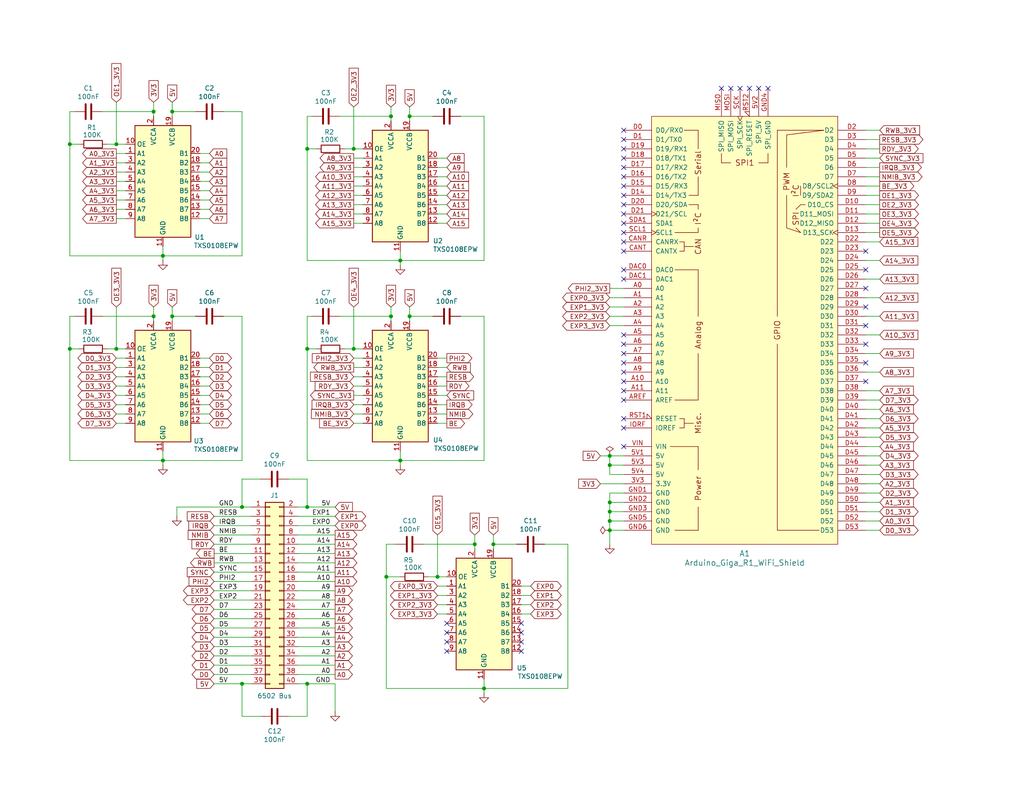
<source format=kicad_sch>
(kicad_sch (version 20231120) (generator "eeschema") (generator_version "8.0")
  (paper "USLetter")
  (title_block (title "6502 Giga Shield") (date "2024-06-12") (rev "1.0") (company "A.C. Wright Design"))
  (junction (at 83.82 186.69))
  (junction (at 31.75 95.25))
  (junction (at 111.76 86.36))
  (junction (at 166.37 139.7))
  (junction (at 46.99 30.48))
  (junction (at 166.37 137.16))
  (junction (at 46.99 86.36))
  (junction (at 106.68 86.36))
  (junction (at 19.05 95.25))
  (junction (at 132.08 187.96))
  (junction (at 83.82 95.25))
  (junction (at 166.37 124.46))
  (junction (at 66.04 138.43))
  (junction (at 111.76 31.75))
  (junction (at 19.05 39.37))
  (junction (at 96.52 40.64))
  (junction (at 41.91 30.48))
  (junction (at 83.82 138.43))
  (junction (at 119.38 157.48))
  (junction (at 109.22 125.73))
  (junction (at 134.62 148.59))
  (junction (at 109.22 71.12))
  (junction (at 96.52 95.25))
  (junction (at 44.45 125.73))
  (junction (at 105.41 157.48))
  (junction (at 66.04 186.69))
  (junction (at 106.68 31.75))
  (junction (at 166.37 144.78))
  (junction (at 166.37 142.24))
  (junction (at 129.54 148.59))
  (junction (at 83.82 40.64))
  (junction (at 31.75 39.37))
  (junction (at 41.91 86.36))
  (junction (at 166.37 127))
  (junction (at 44.45 69.85))
  (no_connect (at 142.24 177.8))
  (no_connect (at 170.18 53.34))
  (no_connect (at 121.92 175.26))
  (no_connect (at 170.18 58.42))
  (no_connect (at 170.18 55.88))
  (no_connect (at 170.18 66.04))
  (no_connect (at 207.01 24.13))
  (no_connect (at 201.93 24.13))
  (no_connect (at 142.24 175.26))
  (no_connect (at 170.18 45.72))
  (no_connect (at 204.47 24.13))
  (no_connect (at 170.18 38.1))
  (no_connect (at 170.18 76.2))
  (no_connect (at 170.18 48.26))
  (no_connect (at 170.18 116.84))
  (no_connect (at 236.22 104.14))
  (no_connect (at 170.18 60.96))
  (no_connect (at 170.18 109.22))
  (no_connect (at 170.18 121.92))
  (no_connect (at 236.22 68.58))
  (no_connect (at 142.24 172.72))
  (no_connect (at 170.18 96.52))
  (no_connect (at 142.24 170.18))
  (no_connect (at 236.22 83.82))
  (no_connect (at 170.18 35.56))
  (no_connect (at 170.18 106.68))
  (no_connect (at 170.18 101.6))
  (no_connect (at 236.22 73.66))
  (no_connect (at 196.85 24.13))
  (no_connect (at 170.18 73.66))
  (no_connect (at 236.22 88.9))
  (no_connect (at 170.18 93.98))
  (no_connect (at 170.18 99.06))
  (no_connect (at 170.18 68.58))
  (no_connect (at 121.92 177.8))
  (no_connect (at 170.18 63.5))
  (no_connect (at 121.92 170.18))
  (no_connect (at 209.55 24.13))
  (no_connect (at 199.39 24.13))
  (no_connect (at 236.22 99.06))
  (no_connect (at 170.18 91.44))
  (no_connect (at 170.18 50.8))
  (no_connect (at 170.18 43.18))
  (no_connect (at 170.18 114.3))
  (no_connect (at 236.22 78.74))
  (no_connect (at 236.22 93.98))
  (no_connect (at 170.18 40.64))
  (no_connect (at 170.18 104.14))
  (no_connect (at 121.92 172.72))
  (wire (pts (xy 31.75 57.15) (xy 34.29 57.15)))
  (wire (pts (xy 119.38 107.95) (xy 121.92 107.95)))
  (wire (pts (xy 31.75 113.03) (xy 34.29 113.03)))
  (wire (pts (xy 154.94 148.59) (xy 154.94 187.96)))
  (wire (pts (xy 58.42 148.59) (xy 68.58 148.59)))
  (wire (pts (xy 46.99 83.82) (xy 46.99 86.36)))
  (wire (pts (xy 236.22 86.36) (xy 240.03 86.36)))
  (wire (pts (xy 71.12 130.81) (xy 66.04 130.81)))
  (wire (pts (xy 236.22 43.18) (xy 240.03 43.18)))
  (wire (pts (xy 31.75 100.33) (xy 34.29 100.33)))
  (wire (pts (xy 19.05 39.37) (xy 19.05 69.85)))
  (wire (pts (xy 31.75 83.82) (xy 31.75 95.25)))
  (wire (pts (xy 116.84 157.48) (xy 119.38 157.48)))
  (wire (pts (xy 96.52 60.96) (xy 99.06 60.96)))
  (wire (pts (xy 166.37 142.24) (xy 166.37 144.78)))
  (wire (pts (xy 236.22 129.54) (xy 240.03 129.54)))
  (wire (pts (xy 83.82 40.64) (xy 86.36 40.64)))
  (wire (pts (xy 96.52 48.26) (xy 99.06 48.26)))
  (wire (pts (xy 118.11 86.36) (xy 111.76 86.36)))
  (wire (pts (xy 236.22 144.78) (xy 240.03 144.78)))
  (wire (pts (xy 58.42 163.83) (xy 68.58 163.83)))
  (wire (pts (xy 111.76 31.75) (xy 111.76 33.02)))
  (wire (pts (xy 41.91 30.48) (xy 41.91 31.75)))
  (wire (pts (xy 54.61 115.57) (xy 57.15 115.57)))
  (wire (pts (xy 81.28 171.45) (xy 91.44 171.45)))
  (wire (pts (xy 96.52 29.21) (xy 96.52 40.64)))
  (wire (pts (xy 46.99 86.36) (xy 46.99 87.63)))
  (wire (pts (xy 68.58 166.37) (xy 58.42 166.37)))
  (wire (pts (xy 96.52 43.18) (xy 99.06 43.18)))
  (wire (pts (xy 68.58 138.43) (xy 66.04 138.43)))
  (wire (pts (xy 19.05 95.25) (xy 19.05 125.73)))
  (wire (pts (xy 31.75 115.57) (xy 34.29 115.57)))
  (wire (pts (xy 54.61 100.33) (xy 57.15 100.33)))
  (wire (pts (xy 236.22 106.68) (xy 240.03 106.68)))
  (wire (pts (xy 154.94 187.96) (xy 132.08 187.96)))
  (wire (pts (xy 44.45 127) (xy 44.45 125.73)))
  (wire (pts (xy 236.22 66.04) (xy 240.03 66.04)))
  (wire (pts (xy 119.38 45.72) (xy 121.92 45.72)))
  (wire (pts (xy 91.44 148.59) (xy 81.28 148.59)))
  (wire (pts (xy 166.37 86.36) (xy 170.18 86.36)))
  (wire (pts (xy 236.22 63.5) (xy 240.03 63.5)))
  (wire (pts (xy 78.74 130.81) (xy 83.82 130.81)))
  (wire (pts (xy 46.99 86.36) (xy 53.34 86.36)))
  (wire (pts (xy 54.61 41.91) (xy 57.15 41.91)))
  (wire (pts (xy 96.52 55.88) (xy 99.06 55.88)))
  (wire (pts (xy 66.04 186.69) (xy 66.04 195.58)))
  (wire (pts (xy 132.08 189.23) (xy 132.08 187.96)))
  (wire (pts (xy 119.38 50.8) (xy 121.92 50.8)))
  (wire (pts (xy 81.28 176.53) (xy 91.44 176.53)))
  (wire (pts (xy 166.37 127) (xy 166.37 129.54)))
  (wire (pts (xy 31.75 110.49) (xy 34.29 110.49)))
  (wire (pts (xy 236.22 111.76) (xy 240.03 111.76)))
  (wire (pts (xy 166.37 144.78) (xy 170.18 144.78)))
  (wire (pts (xy 105.41 157.48) (xy 109.22 157.48)))
  (wire (pts (xy 142.24 160.02) (xy 144.78 160.02)))
  (wire (pts (xy 107.95 148.59) (xy 105.41 148.59)))
  (wire (pts (xy 236.22 137.16) (xy 240.03 137.16)))
  (wire (pts (xy 166.37 88.9) (xy 170.18 88.9)))
  (wire (pts (xy 31.75 44.45) (xy 34.29 44.45)))
  (wire (pts (xy 68.58 186.69) (xy 66.04 186.69)))
  (wire (pts (xy 92.71 86.36) (xy 106.68 86.36)))
  (wire (pts (xy 132.08 125.73) (xy 109.22 125.73)))
  (wire (pts (xy 119.38 110.49) (xy 121.92 110.49)))
  (wire (pts (xy 109.22 71.12) (xy 109.22 68.58)))
  (wire (pts (xy 58.42 168.91) (xy 68.58 168.91)))
  (wire (pts (xy 236.22 60.96) (xy 240.03 60.96)))
  (wire (pts (xy 48.26 140.97) (xy 48.26 138.43)))
  (wire (pts (xy 109.22 127) (xy 109.22 125.73)))
  (wire (pts (xy 106.68 29.21) (xy 106.68 31.75)))
  (wire (pts (xy 96.52 97.79) (xy 99.06 97.79)))
  (wire (pts (xy 134.62 146.05) (xy 134.62 148.59)))
  (wire (pts (xy 236.22 139.7) (xy 240.03 139.7)))
  (wire (pts (xy 83.82 125.73) (xy 109.22 125.73)))
  (wire (pts (xy 83.82 195.58) (xy 78.74 195.58)))
  (wire (pts (xy 163.83 132.08) (xy 170.18 132.08)))
  (wire (pts (xy 68.58 176.53) (xy 58.42 176.53)))
  (wire (pts (xy 58.42 143.51) (xy 68.58 143.51)))
  (wire (pts (xy 119.38 55.88) (xy 121.92 55.88)))
  (wire (pts (xy 92.71 31.75) (xy 106.68 31.75)))
  (wire (pts (xy 68.58 151.13) (xy 58.42 151.13)))
  (wire (pts (xy 163.83 124.46) (xy 166.37 124.46)))
  (wire (pts (xy 140.97 148.59) (xy 134.62 148.59)))
  (wire (pts (xy 129.54 148.59) (xy 129.54 149.86)))
  (wire (pts (xy 41.91 27.94) (xy 41.91 30.48)))
  (wire (pts (xy 96.52 95.25) (xy 99.06 95.25)))
  (wire (pts (xy 83.82 138.43) (xy 81.28 138.43)))
  (wire (pts (xy 81.28 156.21) (xy 91.44 156.21)))
  (wire (pts (xy 27.94 86.36) (xy 41.91 86.36)))
  (wire (pts (xy 58.42 184.15) (xy 68.58 184.15)))
  (wire (pts (xy 93.98 95.25) (xy 96.52 95.25)))
  (wire (pts (xy 148.59 148.59) (xy 154.94 148.59)))
  (wire (pts (xy 91.44 158.75) (xy 81.28 158.75)))
  (wire (pts (xy 119.38 102.87) (xy 121.92 102.87)))
  (wire (pts (xy 125.73 31.75) (xy 132.08 31.75)))
  (wire (pts (xy 68.58 171.45) (xy 58.42 171.45)))
  (wire (pts (xy 236.22 71.12) (xy 240.03 71.12)))
  (wire (pts (xy 119.38 160.02) (xy 121.92 160.02)))
  (wire (pts (xy 119.38 165.1) (xy 121.92 165.1)))
  (wire (pts (xy 119.38 157.48) (xy 121.92 157.48)))
  (wire (pts (xy 132.08 71.12) (xy 109.22 71.12)))
  (wire (pts (xy 236.22 109.22) (xy 240.03 109.22)))
  (wire (pts (xy 236.22 50.8) (xy 240.03 50.8)))
  (wire (pts (xy 54.61 54.61) (xy 57.15 54.61)))
  (wire (pts (xy 31.75 97.79) (xy 34.29 97.79)))
  (wire (pts (xy 96.52 107.95) (xy 99.06 107.95)))
  (wire (pts (xy 236.22 101.6) (xy 240.03 101.6)))
  (wire (pts (xy 236.22 119.38) (xy 240.03 119.38)))
  (wire (pts (xy 119.38 146.05) (xy 119.38 157.48)))
  (wire (pts (xy 105.41 157.48) (xy 105.41 187.96)))
  (wire (pts (xy 111.76 86.36) (xy 111.76 87.63)))
  (wire (pts (xy 31.75 95.25) (xy 34.29 95.25)))
  (wire (pts (xy 96.52 50.8) (xy 99.06 50.8)))
  (wire (pts (xy 119.38 115.57) (xy 121.92 115.57)))
  (wire (pts (xy 54.61 110.49) (xy 57.15 110.49)))
  (wire (pts (xy 58.42 186.69) (xy 66.04 186.69)))
  (wire (pts (xy 60.96 86.36) (xy 66.04 86.36)))
  (wire (pts (xy 31.75 52.07) (xy 34.29 52.07)))
  (wire (pts (xy 96.52 115.57) (xy 99.06 115.57)))
  (wire (pts (xy 54.61 59.69) (xy 57.15 59.69)))
  (wire (pts (xy 236.22 58.42) (xy 240.03 58.42)))
  (wire (pts (xy 91.44 186.69) (xy 91.44 194.31)))
  (wire (pts (xy 66.04 125.73) (xy 44.45 125.73)))
  (wire (pts (xy 31.75 59.69) (xy 34.29 59.69)))
  (wire (pts (xy 91.44 143.51) (xy 81.28 143.51)))
  (wire (pts (xy 134.62 148.59) (xy 134.62 149.86)))
  (wire (pts (xy 91.44 153.67) (xy 81.28 153.67)))
  (wire (pts (xy 68.58 156.21) (xy 58.42 156.21)))
  (wire (pts (xy 166.37 129.54) (xy 170.18 129.54)))
  (wire (pts (xy 58.42 179.07) (xy 68.58 179.07)))
  (wire (pts (xy 132.08 86.36) (xy 132.08 125.73)))
  (wire (pts (xy 236.22 48.26) (xy 240.03 48.26)))
  (wire (pts (xy 119.38 58.42) (xy 121.92 58.42)))
  (wire (pts (xy 19.05 30.48) (xy 19.05 39.37)))
  (wire (pts (xy 125.73 86.36) (xy 132.08 86.36)))
  (wire (pts (xy 20.32 30.48) (xy 19.05 30.48)))
  (wire (pts (xy 166.37 83.82) (xy 170.18 83.82)))
  (wire (pts (xy 119.38 167.64) (xy 121.92 167.64)))
  (wire (pts (xy 236.22 124.46) (xy 240.03 124.46)))
  (wire (pts (xy 83.82 95.25) (xy 83.82 125.73)))
  (wire (pts (xy 66.04 195.58) (xy 71.12 195.58)))
  (wire (pts (xy 91.44 184.15) (xy 81.28 184.15)))
  (wire (pts (xy 236.22 38.1) (xy 240.03 38.1)))
  (wire (pts (xy 81.28 146.05) (xy 91.44 146.05)))
  (wire (pts (xy 58.42 146.05) (xy 68.58 146.05)))
  (wire (pts (xy 142.24 162.56) (xy 144.78 162.56)))
  (wire (pts (xy 66.04 69.85) (xy 44.45 69.85)))
  (wire (pts (xy 166.37 124.46) (xy 170.18 124.46)))
  (wire (pts (xy 236.22 40.64) (xy 240.03 40.64)))
  (wire (pts (xy 105.41 187.96) (xy 132.08 187.96)))
  (wire (pts (xy 31.75 105.41) (xy 34.29 105.41)))
  (wire (pts (xy 54.61 46.99) (xy 57.15 46.99)))
  (wire (pts (xy 81.28 140.97) (xy 91.44 140.97)))
  (wire (pts (xy 31.75 107.95) (xy 34.29 107.95)))
  (wire (pts (xy 236.22 53.34) (xy 240.03 53.34)))
  (wire (pts (xy 166.37 81.28) (xy 170.18 81.28)))
  (wire (pts (xy 142.24 165.1) (xy 144.78 165.1)))
  (wire (pts (xy 236.22 96.52) (xy 240.03 96.52)))
  (wire (pts (xy 166.37 137.16) (xy 170.18 137.16)))
  (wire (pts (xy 54.61 97.79) (xy 57.15 97.79)))
  (wire (pts (xy 96.52 105.41) (xy 99.06 105.41)))
  (wire (pts (xy 132.08 187.96) (xy 132.08 185.42)))
  (wire (pts (xy 68.58 161.29) (xy 58.42 161.29)))
  (wire (pts (xy 236.22 45.72) (xy 240.03 45.72)))
  (wire (pts (xy 19.05 125.73) (xy 44.45 125.73)))
  (wire (pts (xy 81.28 181.61) (xy 91.44 181.61)))
  (wire (pts (xy 129.54 146.05) (xy 129.54 148.59)))
  (wire (pts (xy 81.28 151.13) (xy 91.44 151.13)))
  (wire (pts (xy 166.37 139.7) (xy 170.18 139.7)))
  (wire (pts (xy 54.61 105.41) (xy 57.15 105.41)))
  (wire (pts (xy 109.22 125.73) (xy 109.22 123.19)))
  (wire (pts (xy 46.99 27.94) (xy 46.99 30.48)))
  (wire (pts (xy 166.37 124.46) (xy 166.37 127)))
  (wire (pts (xy 236.22 134.62) (xy 240.03 134.62)))
  (wire (pts (xy 54.61 52.07) (xy 57.15 52.07)))
  (wire (pts (xy 91.44 168.91) (xy 81.28 168.91)))
  (wire (pts (xy 111.76 31.75) (xy 118.11 31.75)))
  (wire (pts (xy 81.28 161.29) (xy 91.44 161.29)))
  (wire (pts (xy 19.05 69.85) (xy 44.45 69.85)))
  (wire (pts (xy 31.75 46.99) (xy 34.29 46.99)))
  (wire (pts (xy 54.61 57.15) (xy 57.15 57.15)))
  (wire (pts (xy 85.09 86.36) (xy 83.82 86.36)))
  (wire (pts (xy 109.22 72.39) (xy 109.22 71.12)))
  (wire (pts (xy 96.52 110.49) (xy 99.06 110.49)))
  (wire (pts (xy 111.76 83.82) (xy 111.76 86.36)))
  (wire (pts (xy 20.32 86.36) (xy 19.05 86.36)))
  (wire (pts (xy 166.37 134.62) (xy 166.37 137.16)))
  (wire (pts (xy 236.22 114.3) (xy 240.03 114.3)))
  (wire (pts (xy 96.52 58.42) (xy 99.06 58.42)))
  (wire (pts (xy 83.82 71.12) (xy 109.22 71.12)))
  (wire (pts (xy 66.04 86.36) (xy 66.04 125.73)))
  (wire (pts (xy 96.52 53.34) (xy 99.06 53.34)))
  (wire (pts (xy 31.75 27.94) (xy 31.75 39.37)))
  (wire (pts (xy 58.42 153.67) (xy 68.58 153.67)))
  (wire (pts (xy 96.52 83.82) (xy 96.52 95.25)))
  (wire (pts (xy 83.82 31.75) (xy 83.82 40.64)))
  (wire (pts (xy 119.38 113.03) (xy 121.92 113.03)))
  (wire (pts (xy 46.99 30.48) (xy 46.99 31.75)))
  (wire (pts (xy 96.52 40.64) (xy 99.06 40.64)))
  (wire (pts (xy 132.08 31.75) (xy 132.08 71.12)))
  (wire (pts (xy 236.22 76.2) (xy 240.03 76.2)))
  (wire (pts (xy 166.37 139.7) (xy 166.37 142.24)))
  (wire (pts (xy 58.42 158.75) (xy 68.58 158.75)))
  (wire (pts (xy 46.99 30.48) (xy 53.34 30.48)))
  (wire (pts (xy 111.76 29.21) (xy 111.76 31.75)))
  (wire (pts (xy 96.52 100.33) (xy 99.06 100.33)))
  (wire (pts (xy 119.38 60.96) (xy 121.92 60.96)))
  (wire (pts (xy 166.37 127) (xy 170.18 127)))
  (wire (pts (xy 31.75 54.61) (xy 34.29 54.61)))
  (wire (pts (xy 83.82 95.25) (xy 86.36 95.25)))
  (wire (pts (xy 236.22 132.08) (xy 240.03 132.08)))
  (wire (pts (xy 119.38 48.26) (xy 121.92 48.26)))
  (wire (pts (xy 83.82 186.69) (xy 83.82 195.58)))
  (wire (pts (xy 68.58 181.61) (xy 58.42 181.61)))
  (wire (pts (xy 142.24 167.64) (xy 144.78 167.64)))
  (wire (pts (xy 41.91 86.36) (xy 41.91 87.63)))
  (wire (pts (xy 106.68 86.36) (xy 106.68 87.63)))
  (wire (pts (xy 44.45 69.85) (xy 44.45 67.31)))
  (wire (pts (xy 170.18 134.62) (xy 166.37 134.62)))
  (wire (pts (xy 166.37 144.78) (xy 166.37 148.59)))
  (wire (pts (xy 83.82 186.69) (xy 91.44 186.69)))
  (wire (pts (xy 105.41 148.59) (xy 105.41 157.48)))
  (wire (pts (xy 236.22 91.44) (xy 240.03 91.44)))
  (wire (pts (xy 96.52 102.87) (xy 99.06 102.87)))
  (wire (pts (xy 41.91 83.82) (xy 41.91 86.36)))
  (wire (pts (xy 44.45 71.12) (xy 44.45 69.85)))
  (wire (pts (xy 119.38 43.18) (xy 121.92 43.18)))
  (wire (pts (xy 83.82 31.75) (xy 85.09 31.75)))
  (wire (pts (xy 236.22 35.56) (xy 240.03 35.56)))
  (wire (pts (xy 19.05 95.25) (xy 21.59 95.25)))
  (wire (pts (xy 19.05 86.36) (xy 19.05 95.25)))
  (wire (pts (xy 106.68 83.82) (xy 106.68 86.36)))
  (wire (pts (xy 83.82 86.36) (xy 83.82 95.25)))
  (wire (pts (xy 27.94 30.48) (xy 41.91 30.48)))
  (wire (pts (xy 236.22 116.84) (xy 240.03 116.84)))
  (wire (pts (xy 54.61 44.45) (xy 57.15 44.45)))
  (wire (pts (xy 236.22 121.92) (xy 240.03 121.92)))
  (wire (pts (xy 236.22 55.88) (xy 240.03 55.88)))
  (wire (pts (xy 236.22 81.28) (xy 240.03 81.28)))
  (wire (pts (xy 31.75 41.91) (xy 34.29 41.91)))
  (wire (pts (xy 96.52 45.72) (xy 99.06 45.72)))
  (wire (pts (xy 91.44 173.99) (xy 81.28 173.99)))
  (wire (pts (xy 119.38 100.33) (xy 121.92 100.33)))
  (wire (pts (xy 54.61 113.03) (xy 57.15 113.03)))
  (wire (pts (xy 83.82 40.64) (xy 83.82 71.12)))
  (wire (pts (xy 29.21 39.37) (xy 31.75 39.37)))
  (wire (pts (xy 236.22 127) (xy 240.03 127)))
  (wire (pts (xy 48.26 138.43) (xy 66.04 138.43)))
  (wire (pts (xy 31.75 39.37) (xy 34.29 39.37)))
  (wire (pts (xy 29.21 95.25) (xy 31.75 95.25)))
  (wire (pts (xy 119.38 105.41) (xy 121.92 105.41)))
  (wire (pts (xy 54.61 102.87) (xy 57.15 102.87)))
  (wire (pts (xy 91.44 138.43) (xy 83.82 138.43)))
  (wire (pts (xy 58.42 173.99) (xy 68.58 173.99)))
  (wire (pts (xy 19.05 39.37) (xy 21.59 39.37)))
  (wire (pts (xy 60.96 30.48) (xy 66.04 30.48)))
  (wire (pts (xy 236.22 142.24) (xy 240.03 142.24)))
  (wire (pts (xy 54.61 107.95) (xy 57.15 107.95)))
  (wire (pts (xy 31.75 102.87) (xy 34.29 102.87)))
  (wire (pts (xy 83.82 130.81) (xy 83.82 138.43)))
  (wire (pts (xy 96.52 113.03) (xy 99.06 113.03)))
  (wire (pts (xy 66.04 30.48) (xy 66.04 69.85)))
  (wire (pts (xy 81.28 186.69) (xy 83.82 186.69)))
  (wire (pts (xy 106.68 31.75) (xy 106.68 33.02)))
  (wire (pts (xy 166.37 142.24) (xy 170.18 142.24)))
  (wire (pts (xy 115.57 148.59) (xy 129.54 148.59)))
  (wire (pts (xy 66.04 130.81) (xy 66.04 138.43)))
  (wire (pts (xy 119.38 162.56) (xy 121.92 162.56)))
  (wire (pts (xy 166.37 137.16) (xy 166.37 139.7)))
  (wire (pts (xy 91.44 163.83) (xy 81.28 163.83)))
  (wire (pts (xy 31.75 49.53) (xy 34.29 49.53)))
  (wire (pts (xy 54.61 49.53) (xy 57.15 49.53)))
  (wire (pts (xy 44.45 125.73) (xy 44.45 123.19)))
  (wire (pts (xy 166.37 78.74) (xy 170.18 78.74)))
  (wire (pts (xy 58.42 140.97) (xy 68.58 140.97)))
  (wire (pts (xy 93.98 40.64) (xy 96.52 40.64)))
  (wire (pts (xy 81.28 166.37) (xy 91.44 166.37)))
  (wire (pts (xy 119.38 97.79) (xy 121.92 97.79)))
  (wire (pts (xy 119.38 53.34) (xy 121.92 53.34)))
  (wire (pts (xy 91.44 179.07) (xy 81.28 179.07)))
  (label "A5" (at 90.17 171.45 180))
  (label "EXP0" (at 90.17 143.51 180))
  (label "A4" (at 90.17 173.99 180))
  (label "RDY" (at 59.69 148.59 0))
  (label "RESB" (at 59.69 140.97 0))
  (label "BE" (at 59.69 151.13 0))
  (label "PHI2" (at 59.69 158.75 0))
  (label "EXP3" (at 59.69 161.29 0))
  (label "A8" (at 90.17 163.83 180))
  (label "A15" (at 90.17 146.05 180))
  (label "D2" (at 59.69 179.07 0))
  (label "D4" (at 59.69 173.99 0))
  (label "A0" (at 90.17 184.15 180))
  (label "D5" (at 59.69 171.45 0))
  (label "A12" (at 90.17 153.67 180))
  (label "A11" (at 90.17 156.21 180))
  (label "D6" (at 59.69 168.91 0))
  (label "GND" (at 59.69 138.43 0))
  (label "IRQB" (at 59.69 143.51 0))
  (label "EXP1" (at 90.17 140.97 180))
  (label "D1" (at 59.69 181.61 0))
  (label "A7" (at 90.17 166.37 180))
  (label "RWB" (at 59.69 153.67 0))
  (label "D7" (at 59.69 166.37 0))
  (label "5V" (at 59.69 186.69 0))
  (label "D0" (at 59.69 184.15 0))
  (label "A9" (at 90.17 161.29 180))
  (label "5V" (at 90.17 138.43 180))
  (label "A3" (at 90.17 176.53 180))
  (label "A2" (at 90.17 179.07 180))
  (label "A6" (at 90.17 168.91 180))
  (label "NMIB" (at 59.69 146.05 0))
  (label "A1" (at 90.17 181.61 180))
  (label "A13" (at 90.17 151.13 180))
  (label "GND" (at 90.17 186.69 180))
  (label "EXP2" (at 59.69 163.83 0))
  (label "SYNC" (at 59.69 156.21 0))
  (label "A10" (at 90.17 158.75 180))
  (label "D3" (at 59.69 176.53 0))
  (label "A14" (at 90.17 148.59 180))
  (global_label "A3_3V3" (shape input) (at 240.03 127 0) (property "Intersheetrefs" "${INTERSHEET_REFS}" (effects (hide yes))))
  (global_label "A13_3V3" (shape input) (at 240.03 76.2 0) (property "Intersheetrefs" "${INTERSHEET_REFS}" (effects (hide yes))))
  (global_label "5V" (shape input) (at 58.42 186.69 180) (property "Intersheetrefs" "${INTERSHEET_REFS}" (effects (hide yes))))
  (global_label "A9_3V3" (shape input) (at 240.03 96.52 0) (property "Intersheetrefs" "${INTERSHEET_REFS}" (effects (hide yes))))
  (global_label "EXP2" (shape bidirectional) (at 144.78 165.1 0) (property "Intersheetrefs" "${INTERSHEET_REFS}" (effects (hide yes))))
  (global_label "A14" (shape output) (at 91.44 148.59 0) (property "Intersheetrefs" "${INTERSHEET_REFS}" (effects (hide yes))))
  (global_label "RWB_3V3" (shape output) (at 96.52 100.33 180) (property "Intersheetrefs" "${INTERSHEET_REFS}" (effects (hide yes))))
  (global_label "EXP1_3V3" (shape bidirectional) (at 119.38 162.56 180) (property "Intersheetrefs" "${INTERSHEET_REFS}" (effects (hide yes))))
  (global_label "D2" (shape bidirectional) (at 58.42 179.07 180) (property "Intersheetrefs" "${INTERSHEET_REFS}" (effects (hide yes))))
  (global_label "OE1_3V3" (shape input) (at 31.75 27.94 90) (property "Intersheetrefs" "${INTERSHEET_REFS}" (effects (hide yes))))
  (global_label "A6_3V3" (shape output) (at 31.75 57.15 180) (property "Intersheetrefs" "${INTERSHEET_REFS}" (effects (hide yes))))
  (global_label "BE_3V3" (shape input) (at 96.52 115.57 180) (property "Intersheetrefs" "${INTERSHEET_REFS}" (effects (hide yes))))
  (global_label "NMIB_3V3" (shape output) (at 240.03 48.26 0) (property "Intersheetrefs" "${INTERSHEET_REFS}" (effects (hide yes))))
  (global_label "D0_3V3" (shape bidirectional) (at 31.75 97.79 180) (property "Intersheetrefs" "${INTERSHEET_REFS}" (effects (hide yes))))
  (global_label "A8" (shape input) (at 121.92 43.18 0) (property "Intersheetrefs" "${INTERSHEET_REFS}" (effects (hide yes))))
  (global_label "D1" (shape bidirectional) (at 58.42 181.61 180) (property "Intersheetrefs" "${INTERSHEET_REFS}" (effects (hide yes))))
  (global_label "A8_3V3" (shape input) (at 240.03 101.6 0) (property "Intersheetrefs" "${INTERSHEET_REFS}" (effects (hide yes))))
  (global_label "A10_3V3" (shape input) (at 240.03 91.44 0) (property "Intersheetrefs" "${INTERSHEET_REFS}" (effects (hide yes))))
  (global_label "RESB_3V3" (shape input) (at 96.52 102.87 180) (property "Intersheetrefs" "${INTERSHEET_REFS}" (effects (hide yes))))
  (global_label "SYNC_3V3" (shape input) (at 240.03 43.18 0) (property "Intersheetrefs" "${INTERSHEET_REFS}" (effects (hide yes))))
  (global_label "3V3" (shape input) (at 41.91 27.94 90) (property "Intersheetrefs" "${INTERSHEET_REFS}" (effects (hide yes))))
  (global_label "PHI2_3V3" (shape output) (at 166.37 78.74 180) (property "Intersheetrefs" "${INTERSHEET_REFS}" (effects (hide yes))))
  (global_label "D2" (shape bidirectional) (at 57.15 102.87 0) (property "Intersheetrefs" "${INTERSHEET_REFS}" (effects (hide yes))))
  (global_label "EXP2_3V3" (shape bidirectional) (at 119.38 165.1 180) (property "Intersheetrefs" "${INTERSHEET_REFS}" (effects (hide yes))))
  (global_label "RWB" (shape input) (at 121.92 100.33 0) (property "Intersheetrefs" "${INTERSHEET_REFS}" (effects (hide yes))))
  (global_label "A1" (shape output) (at 91.44 181.61 0) (property "Intersheetrefs" "${INTERSHEET_REFS}" (effects (hide yes))))
  (global_label "A8_3V3" (shape output) (at 96.52 43.18 180) (property "Intersheetrefs" "${INTERSHEET_REFS}" (effects (hide yes))))
  (global_label "A5" (shape input) (at 57.15 54.61 0) (property "Intersheetrefs" "${INTERSHEET_REFS}" (effects (hide yes))))
  (global_label "A12" (shape output) (at 91.44 153.67 0) (property "Intersheetrefs" "${INTERSHEET_REFS}" (effects (hide yes))))
  (global_label "A6_3V3" (shape input) (at 240.03 111.76 0) (property "Intersheetrefs" "${INTERSHEET_REFS}" (effects (hide yes))))
  (global_label "5V" (shape input) (at 163.83 124.46 180) (property "Intersheetrefs" "${INTERSHEET_REFS}" (effects (hide yes))))
  (global_label "A3" (shape output) (at 91.44 176.53 0) (property "Intersheetrefs" "${INTERSHEET_REFS}" (effects (hide yes))))
  (global_label "A5_3V3" (shape input) (at 240.03 116.84 0) (property "Intersheetrefs" "${INTERSHEET_REFS}" (effects (hide yes))))
  (global_label "RDY" (shape output) (at 121.92 105.41 0) (property "Intersheetrefs" "${INTERSHEET_REFS}" (effects (hide yes))))
  (global_label "EXP0_3V3" (shape bidirectional) (at 119.38 160.02 180) (property "Intersheetrefs" "${INTERSHEET_REFS}" (effects (hide yes))))
  (global_label "EXP0_3V3" (shape bidirectional) (at 166.37 81.28 180) (property "Intersheetrefs" "${INTERSHEET_REFS}" (effects (hide yes))))
  (global_label "A1_3V3" (shape input) (at 240.03 137.16 0) (property "Intersheetrefs" "${INTERSHEET_REFS}" (effects (hide yes))))
  (global_label "5V" (shape input) (at 111.76 83.82 90) (property "Intersheetrefs" "${INTERSHEET_REFS}" (effects (hide yes))))
  (global_label "D0" (shape bidirectional) (at 58.42 184.15 180) (property "Intersheetrefs" "${INTERSHEET_REFS}" (effects (hide yes))))
  (global_label "A13_3V3" (shape output) (at 96.52 55.88 180) (property "Intersheetrefs" "${INTERSHEET_REFS}" (effects (hide yes))))
  (global_label "PHI2_3V3" (shape input) (at 96.52 97.79 180) (property "Intersheetrefs" "${INTERSHEET_REFS}" (effects (hide yes))))
  (global_label "A7_3V3" (shape output) (at 31.75 59.69 180) (property "Intersheetrefs" "${INTERSHEET_REFS}" (effects (hide yes))))
  (global_label "BE_3V3" (shape output) (at 240.03 50.8 0) (property "Intersheetrefs" "${INTERSHEET_REFS}" (effects (hide yes))))
  (global_label "A0_3V3" (shape input) (at 240.03 142.24 0) (property "Intersheetrefs" "${INTERSHEET_REFS}" (effects (hide yes))))
  (global_label "D3" (shape bidirectional) (at 57.15 105.41 0) (property "Intersheetrefs" "${INTERSHEET_REFS}" (effects (hide yes))))
  (global_label "EXP3_3V3" (shape bidirectional) (at 119.38 167.64 180) (property "Intersheetrefs" "${INTERSHEET_REFS}" (effects (hide yes))))
  (global_label "3V3" (shape input) (at 41.91 83.82 90) (property "Intersheetrefs" "${INTERSHEET_REFS}" (effects (hide yes))))
  (global_label "NMIB_3V3" (shape input) (at 96.52 113.03 180) (property "Intersheetrefs" "${INTERSHEET_REFS}" (effects (hide yes))))
  (global_label "OE4_3V3" (shape output) (at 240.03 60.96 0) (property "Intersheetrefs" "${INTERSHEET_REFS}" (effects (hide yes))))
  (global_label "RDY_3V3" (shape output) (at 240.03 40.64 0) (property "Intersheetrefs" "${INTERSHEET_REFS}" (effects (hide yes))))
  (global_label "3V3" (shape input) (at 106.68 29.21 90) (property "Intersheetrefs" "${INTERSHEET_REFS}" (effects (hide yes))))
  (global_label "A2" (shape input) (at 57.15 46.99 0) (property "Intersheetrefs" "${INTERSHEET_REFS}" (effects (hide yes))))
  (global_label "EXP3" (shape bidirectional) (at 58.42 161.29 180) (property "Intersheetrefs" "${INTERSHEET_REFS}" (effects (hide yes))))
  (global_label "D0_3V3" (shape bidirectional) (at 240.03 144.78 0) (property "Intersheetrefs" "${INTERSHEET_REFS}" (effects (hide yes))))
  (global_label "A2_3V3" (shape output) (at 31.75 46.99 180) (property "Intersheetrefs" "${INTERSHEET_REFS}" (effects (hide yes))))
  (global_label "BE" (shape output) (at 121.92 115.57 0) (property "Intersheetrefs" "${INTERSHEET_REFS}" (effects (hide yes))))
  (global_label "A2_3V3" (shape input) (at 240.03 132.08 0) (property "Intersheetrefs" "${INTERSHEET_REFS}" (effects (hide yes))))
  (global_label "A10_3V3" (shape output) (at 96.52 48.26 180) (property "Intersheetrefs" "${INTERSHEET_REFS}" (effects (hide yes))))
  (global_label "EXP2_3V3" (shape bidirectional) (at 166.37 86.36 180) (property "Intersheetrefs" "${INTERSHEET_REFS}" (effects (hide yes))))
  (global_label "A11" (shape input) (at 121.92 50.8 0) (property "Intersheetrefs" "${INTERSHEET_REFS}" (effects (hide yes))))
  (global_label "NMIB" (shape input) (at 58.42 146.05 180) (property "Intersheetrefs" "${INTERSHEET_REFS}" (effects (hide yes))))
  (global_label "D0" (shape bidirectional) (at 57.15 97.79 0) (property "Intersheetrefs" "${INTERSHEET_REFS}" (effects (hide yes))))
  (global_label "PHI2" (shape input) (at 58.42 158.75 180) (property "Intersheetrefs" "${INTERSHEET_REFS}" (effects (hide yes))))
  (global_label "EXP1" (shape bidirectional) (at 91.44 140.97 0) (property "Intersheetrefs" "${INTERSHEET_REFS}" (effects (hide yes))))
  (global_label "A3" (shape input) (at 57.15 49.53 0) (property "Intersheetrefs" "${INTERSHEET_REFS}" (effects (hide yes))))
  (global_label "D2_3V3" (shape bidirectional) (at 31.75 102.87 180) (property "Intersheetrefs" "${INTERSHEET_REFS}" (effects (hide yes))))
  (global_label "D1_3V3" (shape bidirectional) (at 31.75 100.33 180) (property "Intersheetrefs" "${INTERSHEET_REFS}" (effects (hide yes))))
  (global_label "SYNC" (shape input) (at 121.92 107.95 0) (property "Intersheetrefs" "${INTERSHEET_REFS}" (effects (hide yes))))
  (global_label "A14_3V3" (shape input) (at 240.03 71.12 0) (property "Intersheetrefs" "${INTERSHEET_REFS}" (effects (hide yes))))
  (global_label "A8" (shape output) (at 91.44 163.83 0) (property "Intersheetrefs" "${INTERSHEET_REFS}" (effects (hide yes))))
  (global_label "RWB_3V3" (shape input) (at 240.03 35.56 0) (property "Intersheetrefs" "${INTERSHEET_REFS}" (effects (hide yes))))
  (global_label "5V" (shape input) (at 46.99 83.82 90) (property "Intersheetrefs" "${INTERSHEET_REFS}" (effects (hide yes))))
  (global_label "A13" (shape input) (at 121.92 55.88 0) (property "Intersheetrefs" "${INTERSHEET_REFS}" (effects (hide yes))))
  (global_label "RESB_3V3" (shape output) (at 240.03 38.1 0) (property "Intersheetrefs" "${INTERSHEET_REFS}" (effects (hide yes))))
  (global_label "D3_3V3" (shape bidirectional) (at 31.75 105.41 180) (property "Intersheetrefs" "${INTERSHEET_REFS}" (effects (hide yes))))
  (global_label "D5" (shape bidirectional) (at 57.15 110.49 0) (property "Intersheetrefs" "${INTERSHEET_REFS}" (effects (hide yes))))
  (global_label "D5" (shape bidirectional) (at 58.42 171.45 180) (property "Intersheetrefs" "${INTERSHEET_REFS}" (effects (hide yes))))
  (global_label "3V3" (shape input) (at 163.83 132.08 180) (property "Intersheetrefs" "${INTERSHEET_REFS}" (effects (hide yes))))
  (global_label "A12_3V3" (shape input) (at 240.03 81.28 0) (property "Intersheetrefs" "${INTERSHEET_REFS}" (effects (hide yes))))
  (global_label "3V3" (shape input) (at 106.68 83.82 90) (property "Intersheetrefs" "${INTERSHEET_REFS}" (effects (hide yes))))
  (global_label "SYNC_3V3" (shape output) (at 96.52 107.95 180) (property "Intersheetrefs" "${INTERSHEET_REFS}" (effects (hide yes))))
  (global_label "D7_3V3" (shape bidirectional) (at 31.75 115.57 180) (property "Intersheetrefs" "${INTERSHEET_REFS}" (effects (hide yes))))
  (global_label "A0" (shape output) (at 91.44 184.15 0) (property "Intersheetrefs" "${INTERSHEET_REFS}" (effects (hide yes))))
  (global_label "D4_3V3" (shape bidirectional) (at 240.03 124.46 0) (property "Intersheetrefs" "${INTERSHEET_REFS}" (effects (hide yes))))
  (global_label "D4" (shape bidirectional) (at 57.15 107.95 0) (property "Intersheetrefs" "${INTERSHEET_REFS}" (effects (hide yes))))
  (global_label "D3_3V3" (shape bidirectional) (at 240.03 129.54 0) (property "Intersheetrefs" "${INTERSHEET_REFS}" (effects (hide yes))))
  (global_label "A9_3V3" (shape output) (at 96.52 45.72 180) (property "Intersheetrefs" "${INTERSHEET_REFS}" (effects (hide yes))))
  (global_label "A11" (shape output) (at 91.44 156.21 0) (property "Intersheetrefs" "${INTERSHEET_REFS}" (effects (hide yes))))
  (global_label "EXP3_3V3" (shape bidirectional) (at 166.37 88.9 180) (property "Intersheetrefs" "${INTERSHEET_REFS}" (effects (hide yes))))
  (global_label "A4" (shape input) (at 57.15 52.07 0) (property "Intersheetrefs" "${INTERSHEET_REFS}" (effects (hide yes))))
  (global_label "D1_3V3" (shape bidirectional) (at 240.03 139.7 0) (property "Intersheetrefs" "${INTERSHEET_REFS}" (effects (hide yes))))
  (global_label "A1" (shape input) (at 57.15 44.45 0) (property "Intersheetrefs" "${INTERSHEET_REFS}" (effects (hide yes))))
  (global_label "EXP2" (shape bidirectional) (at 58.42 163.83 180) (property "Intersheetrefs" "${INTERSHEET_REFS}" (effects (hide yes))))
  (global_label "EXP0" (shape bidirectional) (at 144.78 160.02 0) (property "Intersheetrefs" "${INTERSHEET_REFS}" (effects (hide yes))))
  (global_label "D6_3V3" (shape bidirectional) (at 31.75 113.03 180) (property "Intersheetrefs" "${INTERSHEET_REFS}" (effects (hide yes))))
  (global_label "A15_3V3" (shape input) (at 240.03 66.04 0) (property "Intersheetrefs" "${INTERSHEET_REFS}" (effects (hide yes))))
  (global_label "D4_3V3" (shape bidirectional) (at 31.75 107.95 180) (property "Intersheetrefs" "${INTERSHEET_REFS}" (effects (hide yes))))
  (global_label "RDY_3V3" (shape input) (at 96.52 105.41 180) (property "Intersheetrefs" "${INTERSHEET_REFS}" (effects (hide yes))))
  (global_label "5V" (shape input) (at 111.76 29.21 90) (property "Intersheetrefs" "${INTERSHEET_REFS}" (effects (hide yes))))
  (global_label "A5_3V3" (shape output) (at 31.75 54.61 180) (property "Intersheetrefs" "${INTERSHEET_REFS}" (effects (hide yes))))
  (global_label "D7" (shape bidirectional) (at 57.15 115.57 0) (property "Intersheetrefs" "${INTERSHEET_REFS}" (effects (hide yes))))
  (global_label "IRQB" (shape input) (at 58.42 143.51 180) (property "Intersheetrefs" "${INTERSHEET_REFS}" (effects (hide yes))))
  (global_label "A5" (shape output) (at 91.44 171.45 0) (property "Intersheetrefs" "${INTERSHEET_REFS}" (effects (hide yes))))
  (global_label "A1_3V3" (shape output) (at 31.75 44.45 180) (property "Intersheetrefs" "${INTERSHEET_REFS}" (effects (hide yes))))
  (global_label "OE5_3V3" (shape output) (at 240.03 63.5 0) (property "Intersheetrefs" "${INTERSHEET_REFS}" (effects (hide yes))))
  (global_label "A9" (shape input) (at 121.92 45.72 0) (property "Intersheetrefs" "${INTERSHEET_REFS}" (effects (hide yes))))
  (global_label "BE" (shape output) (at 58.42 151.13 180) (property "Intersheetrefs" "${INTERSHEET_REFS}" (effects (hide yes))))
  (global_label "IRQB_3V3" (shape output) (at 240.03 45.72 0) (property "Intersheetrefs" "${INTERSHEET_REFS}" (effects (hide yes))))
  (global_label "A10" (shape output) (at 91.44 158.75 0) (property "Intersheetrefs" "${INTERSHEET_REFS}" (effects (hide yes))))
  (global_label "PHI2" (shape output) (at 121.92 97.79 0) (property "Intersheetrefs" "${INTERSHEET_REFS}" (effects (hide yes))))
  (global_label "A4" (shape output) (at 91.44 173.99 0) (property "Intersheetrefs" "${INTERSHEET_REFS}" (effects (hide yes))))
  (global_label "RESB" (shape output) (at 121.92 102.87 0) (property "Intersheetrefs" "${INTERSHEET_REFS}" (effects (hide yes))))
  (global_label "A4_3V3" (shape input) (at 240.03 121.92 0) (property "Intersheetrefs" "${INTERSHEET_REFS}" (effects (hide yes))))
  (global_label "A6" (shape output) (at 91.44 168.91 0) (property "Intersheetrefs" "${INTERSHEET_REFS}" (effects (hide yes))))
  (global_label "A11_3V3" (shape input) (at 240.03 86.36 0) (property "Intersheetrefs" "${INTERSHEET_REFS}" (effects (hide yes))))
  (global_label "A14" (shape input) (at 121.92 58.42 0) (property "Intersheetrefs" "${INTERSHEET_REFS}" (effects (hide yes))))
  (global_label "5V" (shape input) (at 134.62 146.05 90) (property "Intersheetrefs" "${INTERSHEET_REFS}" (effects (hide yes))))
  (global_label "EXP3" (shape bidirectional) (at 144.78 167.64 0) (property "Intersheetrefs" "${INTERSHEET_REFS}" (effects (hide yes))))
  (global_label "A7" (shape input) (at 57.15 59.69 0) (property "Intersheetrefs" "${INTERSHEET_REFS}" (effects (hide yes))))
  (global_label "A15" (shape input) (at 121.92 60.96 0) (property "Intersheetrefs" "${INTERSHEET_REFS}" (effects (hide yes))))
  (global_label "A12_3V3" (shape output) (at 96.52 53.34 180) (property "Intersheetrefs" "${INTERSHEET_REFS}" (effects (hide yes))))
  (global_label "RESB" (shape input) (at 58.42 140.97 180) (property "Intersheetrefs" "${INTERSHEET_REFS}" (effects (hide yes))))
  (global_label "IRQB" (shape output) (at 121.92 110.49 0) (property "Intersheetrefs" "${INTERSHEET_REFS}" (effects (hide yes))))
  (global_label "EXP0" (shape bidirectional) (at 91.44 143.51 0) (property "Intersheetrefs" "${INTERSHEET_REFS}" (effects (hide yes))))
  (global_label "5V" (shape input) (at 46.99 27.94 90) (property "Intersheetrefs" "${INTERSHEET_REFS}" (effects (hide yes))))
  (global_label "A10" (shape input) (at 121.92 48.26 0) (property "Intersheetrefs" "${INTERSHEET_REFS}" (effects (hide yes))))
  (global_label "OE2_3V3" (shape output) (at 240.03 55.88 0) (property "Intersheetrefs" "${INTERSHEET_REFS}" (effects (hide yes))))
  (global_label "D6" (shape bidirectional) (at 58.42 168.91 180) (property "Intersheetrefs" "${INTERSHEET_REFS}" (effects (hide yes))))
  (global_label "SYNC" (shape input) (at 58.42 156.21 180) (property "Intersheetrefs" "${INTERSHEET_REFS}" (effects (hide yes))))
  (global_label "EXP1_3V3" (shape bidirectional) (at 166.37 83.82 180) (property "Intersheetrefs" "${INTERSHEET_REFS}" (effects (hide yes))))
  (global_label "OE1_3V3" (shape output) (at 240.03 53.34 0) (property "Intersheetrefs" "${INTERSHEET_REFS}" (effects (hide yes))))
  (global_label "A15_3V3" (shape output) (at 96.52 60.96 180) (property "Intersheetrefs" "${INTERSHEET_REFS}" (effects (hide yes))))
  (global_label "A3_3V3" (shape output) (at 31.75 49.53 180) (property "Intersheetrefs" "${INTERSHEET_REFS}" (effects (hide yes))))
  (global_label "OE5_3V3" (shape input) (at 119.38 146.05 90) (property "Intersheetrefs" "${INTERSHEET_REFS}" (effects (hide yes))))
  (global_label "IRQB_3V3" (shape input) (at 96.52 110.49 180) (property "Intersheetrefs" "${INTERSHEET_REFS}" (effects (hide yes))))
  (global_label "A14_3V3" (shape output) (at 96.52 58.42 180) (property "Intersheetrefs" "${INTERSHEET_REFS}" (effects (hide yes))))
  (global_label "3V3" (shape input) (at 129.54 146.05 90) (property "Intersheetrefs" "${INTERSHEET_REFS}" (effects (hide yes))))
  (global_label "D1" (shape bidirectional) (at 57.15 100.33 0) (property "Intersheetrefs" "${INTERSHEET_REFS}" (effects (hide yes))))
  (global_label "A9" (shape output) (at 91.44 161.29 0) (property "Intersheetrefs" "${INTERSHEET_REFS}" (effects (hide yes))))
  (global_label "RDY" (shape input) (at 58.42 148.59 180) (property "Intersheetrefs" "${INTERSHEET_REFS}" (effects (hide yes))))
  (global_label "A0_3V3" (shape output) (at 31.75 41.91 180) (property "Intersheetrefs" "${INTERSHEET_REFS}" (effects (hide yes))))
  (global_label "A15" (shape output) (at 91.44 146.05 0) (property "Intersheetrefs" "${INTERSHEET_REFS}" (effects (hide yes))))
  (global_label "A7_3V3" (shape input) (at 240.03 106.68 0) (property "Intersheetrefs" "${INTERSHEET_REFS}" (effects (hide yes))))
  (global_label "OE3_3V3" (shape input) (at 31.75 83.82 90) (property "Intersheetrefs" "${INTERSHEET_REFS}" (effects (hide yes))))
  (global_label "OE4_3V3" (shape input) (at 96.52 83.82 90) (property "Intersheetrefs" "${INTERSHEET_REFS}" (effects (hide yes))))
  (global_label "A2" (shape output) (at 91.44 179.07 0) (property "Intersheetrefs" "${INTERSHEET_REFS}" (effects (hide yes))))
  (global_label "A11_3V3" (shape output) (at 96.52 50.8 180) (property "Intersheetrefs" "${INTERSHEET_REFS}" (effects (hide yes))))
  (global_label "D2_3V3" (shape bidirectional) (at 240.03 134.62 0) (property "Intersheetrefs" "${INTERSHEET_REFS}" (effects (hide yes))))
  (global_label "D3" (shape bidirectional) (at 58.42 176.53 180) (property "Intersheetrefs" "${INTERSHEET_REFS}" (effects (hide yes))))
  (global_label "D6_3V3" (shape bidirectional) (at 240.03 114.3 0) (property "Intersheetrefs" "${INTERSHEET_REFS}" (effects (hide yes))))
  (global_label "OE3_3V3" (shape output) (at 240.03 58.42 0) (property "Intersheetrefs" "${INTERSHEET_REFS}" (effects (hide yes))))
  (global_label "D4" (shape bidirectional) (at 58.42 173.99 180) (property "Intersheetrefs" "${INTERSHEET_REFS}" (effects (hide yes))))
  (global_label "D5_3V3" (shape bidirectional) (at 31.75 110.49 180) (property "Intersheetrefs" "${INTERSHEET_REFS}" (effects (hide yes))))
  (global_label "A7" (shape output) (at 91.44 166.37 0) (property "Intersheetrefs" "${INTERSHEET_REFS}" (effects (hide yes))))
  (global_label "A6" (shape input) (at 57.15 57.15 0) (property "Intersheetrefs" "${INTERSHEET_REFS}" (effects (hide yes))))
  (global_label "D7" (shape bidirectional) (at 58.42 166.37 180) (property "Intersheetrefs" "${INTERSHEET_REFS}" (effects (hide yes))))
  (global_label "A0" (shape input) (at 57.15 41.91 0) (property "Intersheetrefs" "${INTERSHEET_REFS}" (effects (hide yes))))
  (global_label "EXP1" (shape bidirectional) (at 144.78 162.56 0) (property "Intersheetrefs" "${INTERSHEET_REFS}" (effects (hide yes))))
  (global_label "A13" (shape output) (at 91.44 151.13 0) (property "Intersheetrefs" "${INTERSHEET_REFS}" (effects (hide yes))))
  (global_label "OE2_3V3" (shape input) (at 96.52 29.21 90) (property "Intersheetrefs" "${INTERSHEET_REFS}" (effects (hide yes))))
  (global_label "A4_3V3" (shape output) (at 31.75 52.07 180) (property "Intersheetrefs" "${INTERSHEET_REFS}" (effects (hide yes))))
  (global_label "A12" (shape input) (at 121.92 53.34 0) (property "Intersheetrefs" "${INTERSHEET_REFS}" (effects (hide yes))))
  (global_label "D5_3V3" (shape bidirectional) (at 240.03 119.38 0) (property "Intersheetrefs" "${INTERSHEET_REFS}" (effects (hide yes))))
  (global_label "5V" (shape input) (at 91.44 138.43 0) (property "Intersheetrefs" "${INTERSHEET_REFS}" (effects (hide yes))))
  (global_label "D6" (shape bidirectional) (at 57.15 113.03 0) (property "Intersheetrefs" "${INTERSHEET_REFS}" (effects (hide yes))))
  (global_label "NMIB" (shape output) (at 121.92 113.03 0) (property "Intersheetrefs" "${INTERSHEET_REFS}" (effects (hide yes))))
  (global_label "RWB" (shape output) (at 58.42 153.67 180) (property "Intersheetrefs" "${INTERSHEET_REFS}" (effects (hide yes))))
  (global_label "D7_3V3" (shape bidirectional) (at 240.03 109.22 0) (property "Intersheetrefs" "${INTERSHEET_REFS}" (effects (hide yes))))
  (symbol (lib_id "PCM_arduino-library:Arduino_Giga_R1_WiFi_Shield") (at 203.2 90.17 0) (unit 1) (in_bom no)
    (property "Reference" "A1" (at 203.2 151.13 0) (effects (font (size 1.524 1.524))))
    (property "Value" "Arduino_Giga_R1_WiFi_Shield" (at 203.2 153.67 0) (effects (font (size 1.524 1.524))))
    (property "Footprint" "6502 Parts:Arduino Giga R1 WiFi Shield" (effects (hide yes)))
    (property "Datasheet" "https://docs.arduino.cc/hardware/giga-r1-wifi" (effects (hide yes)))
    (property "Description" "Shield for Arduino Giga R1 WiFi" (effects (hide yes)))
  )
  (symbol (lib_id "Device:C") (at 57.15 30.48 270) (unit 1)
    (property "Reference" "C2" (at 57.15 24.0792 90))
    (property "Value" "100nF" (at 57.15 26.3906 90))
    (property "Footprint" "Capacitor_SMD:C_0805_2012Metric" (effects (hide yes)))
    (property "Description" "Unpolarized capacitor" (effects (hide yes)))
    (property "LCSC" "C49678" (effects (hide yes)))
  )
  (symbol (lib_id "Device:C") (at 57.15 86.36 270) (unit 1)
    (property "Reference" "C6" (at 57.15 79.9592 90))
    (property "Value" "100nF" (at 57.15 82.2706 90))
    (property "Footprint" "Capacitor_SMD:C_0805_2012Metric" (effects (hide yes)))
    (property "Description" "Unpolarized capacitor" (effects (hide yes)))
    (property "LCSC" "C49678" (effects (hide yes)))
  )
  (symbol (lib_id "Device:R") (at 90.17 40.64 270) (unit 1)
    (property "Reference" "R2" (at 91.186 36.068 90) (effects (justify right)))
    (property "Value" "100K" (at 92.456 38.1 90) (effects (justify right)))
    (property "Footprint" "Resistor_SMD:R_0805_2012Metric" (effects (hide yes)))
    (property "Description" "Resistor" (effects (hide yes)))
    (property "LCSC" "C149504" (effects (hide yes)))
  )
  (symbol (lib_id "Logic_LevelTranslator:TXS0108EPW") (at 44.45 49.53 0) (unit 1)
    (property "Reference" "U1" (at 53.086 64.77 0) (effects (justify left)))
    (property "Value" "TXS0108EPW" (at 52.832 67.056 0) (effects (justify left)))
    (property "Footprint" "Package_SO:TSSOP-20_4.4x6.5mm_P0.65mm" (effects (hide yes)))
    (property "Datasheet" "www.ti.com/lit/ds/symlink/txs0108e.pdf" (effects (hide yes)))
    (property "Description" "Bidirectional  level-shifting voltage translator, TSSOP-20" (effects (hide yes)))
    (property "LCSC" "C17206" (effects (hide yes)))
  )
  (symbol (lib_id "Device:C") (at 24.13 86.36 270) (unit 1)
    (property "Reference" "C5" (at 24.13 79.9592 90))
    (property "Value" "100nF" (at 24.13 82.2706 90))
    (property "Footprint" "Capacitor_SMD:C_0805_2012Metric" (effects (hide yes)))
    (property "Description" "Unpolarized capacitor" (effects (hide yes)))
    (property "LCSC" "C49678" (effects (hide yes)))
  )
  (symbol (lib_id "power:GND") (at 109.22 72.39 0) (unit 1)
    (property "Reference" "#PWR02" (effects (hide yes)))
    (property "Value" "GND" (effects (hide yes)))
    (property "Description" "Power symbol creates a global label with name \"GND\" , ground" (effects (hide yes)))
  )
  (symbol (lib_id "Logic_LevelTranslator:TXS0108EPW") (at 109.22 105.41 0) (unit 1)
    (property "Reference" "U4" (at 118.11 120.142 0) (effects (justify left)))
    (property "Value" "TXS0108EPW" (at 118.364 122.428 0) (effects (justify left)))
    (property "Footprint" "Package_SO:TSSOP-20_4.4x6.5mm_P0.65mm" (effects (hide yes)))
    (property "Datasheet" "www.ti.com/lit/ds/symlink/txs0108e.pdf" (effects (hide yes)))
    (property "Description" "Bidirectional  level-shifting voltage translator, TSSOP-20" (effects (hide yes)))
    (property "LCSC" "C17206" (effects (hide yes)))
  )
  (symbol (lib_id "Device:C") (at 74.93 195.58 270) (unit 1)
    (property "Reference" "C12" (at 74.93 199.6186 90))
    (property "Value" "100nF" (at 74.93 201.93 90))
    (property "Footprint" "Capacitor_SMD:C_0805_2012Metric" (effects (hide yes)))
    (property "Description" "Unpolarized capacitor" (effects (hide yes)))
    (property "LCSC" "C49678" (effects (hide yes)))
  )
  (symbol (lib_id "Device:R") (at 113.03 157.48 270) (unit 1)
    (property "Reference" "R5" (at 112.776 152.908 90) (effects (justify right)))
    (property "Value" "100K" (at 115.316 154.94 90) (effects (justify right)))
    (property "Footprint" "Resistor_SMD:R_0805_2012Metric" (effects (hide yes)))
    (property "Description" "Resistor" (effects (hide yes)))
    (property "LCSC" "C149504" (effects (hide yes)))
  )
  (symbol (lib_id "Device:R") (at 25.4 39.37 270) (unit 1)
    (property "Reference" "R1" (at 26.416 34.798 90) (effects (justify right)))
    (property "Value" "100K" (at 27.686 36.83 90) (effects (justify right)))
    (property "Footprint" "Resistor_SMD:R_0805_2012Metric" (effects (hide yes)))
    (property "Description" "Resistor" (effects (hide yes)))
    (property "LCSC" "C149504" (effects (hide yes)))
  )
  (symbol (lib_id "Device:C") (at 111.76 148.59 270) (unit 1)
    (property "Reference" "C10" (at 111.76 142.1892 90))
    (property "Value" "100nF" (at 111.76 144.5006 90))
    (property "Footprint" "Capacitor_SMD:C_0805_2012Metric" (effects (hide yes)))
    (property "Description" "Unpolarized capacitor" (effects (hide yes)))
    (property "LCSC" "C49678" (effects (hide yes)))
  )
  (symbol (lib_id "Logic_LevelTranslator:TXS0108EPW") (at 132.08 167.64 0) (unit 1)
    (property "Reference" "U5" (at 140.97 182.372 0) (effects (justify left)))
    (property "Value" "TXS0108EPW" (at 141.224 184.658 0) (effects (justify left)))
    (property "Footprint" "Package_SO:TSSOP-20_4.4x6.5mm_P0.65mm" (effects (hide yes)))
    (property "Datasheet" "www.ti.com/lit/ds/symlink/txs0108e.pdf" (effects (hide yes)))
    (property "Description" "Bidirectional  level-shifting voltage translator, TSSOP-20" (effects (hide yes)))
    (property "LCSC" "C17206" (effects (hide yes)))
  )
  (symbol (lib_id "Connector_Generic:Conn_02x20_Odd_Even") (at 73.66 161.29 0) (unit 1) (in_bom no)
    (property "Reference" "J1" (at 74.93 135.255 0))
    (property "Value" "6502 Bus" (at 74.93 189.992 0))
    (property "Footprint" "Connector_PinHeader_2.54mm:PinHeader_2x20_P2.54mm_Vertical" (effects (hide yes)))
    (property "Description" "Generic connector, double row, 02x20, odd/even pin numbering scheme (row 1 odd numbers, row 2 even numbers), script generated (kicad-library-utils/schlib/autogen/connector/)" (effects (hide yes)))
  )
  (symbol (lib_id "power:GND") (at 44.45 127 0) (unit 1)
    (property "Reference" "#PWR03" (effects (hide yes)))
    (property "Value" "GND" (effects (hide yes)))
    (property "Description" "Power symbol creates a global label with name \"GND\" , ground" (effects (hide yes)))
  )
  (symbol (lib_id "power:GND") (at 132.08 189.23 0) (unit 1)
    (property "Reference" "#PWR07" (effects (hide yes)))
    (property "Value" "GND" (effects (hide yes)))
    (property "Description" "Power symbol creates a global label with name \"GND\" , ground" (effects (hide yes)))
  )
  (symbol (lib_id "power:GND") (at 166.37 148.59 0) (unit 1)
    (property "Reference" "#PWR06" (effects (hide yes)))
    (property "Value" "GND" (effects (hide yes)))
    (property "Description" "Power symbol creates a global label with name \"GND\" , ground" (effects (hide yes)))
  )
  (symbol (lib_id "Device:C") (at 88.9 86.36 270) (unit 1)
    (property "Reference" "C7" (at 88.9 79.9592 90))
    (property "Value" "100nF" (at 88.9 82.2706 90))
    (property "Footprint" "Capacitor_SMD:C_0805_2012Metric" (effects (hide yes)))
    (property "Description" "Unpolarized capacitor" (effects (hide yes)))
    (property "LCSC" "C49678" (effects (hide yes)))
  )
  (symbol (lib_id "power:PWR_FLAG") (at 166.37 124.46 0) (unit 1)
    (property "Reference" "#FLG01" (effects (hide yes)))
    (property "Value" "PWR_FLAG" (effects (hide yes)))
    (property "Description" "Special symbol for telling ERC where power comes from" (effects (hide yes)))
  )
  (symbol (lib_id "Device:R") (at 25.4 95.25 270) (unit 1)
    (property "Reference" "R3" (at 25.146 90.678 90) (effects (justify right)))
    (property "Value" "100K" (at 27.432 92.71 90) (effects (justify right)))
    (property "Footprint" "Resistor_SMD:R_0805_2012Metric" (effects (hide yes)))
    (property "Description" "Resistor" (effects (hide yes)))
    (property "LCSC" "C149504" (effects (hide yes)))
  )
  (symbol (lib_id "power:GND") (at 44.45 71.12 0) (unit 1)
    (property "Reference" "#PWR01" (effects (hide yes)))
    (property "Value" "GND" (effects (hide yes)))
    (property "Description" "Power symbol creates a global label with name \"GND\" , ground" (effects (hide yes)))
  )
  (symbol (lib_id "Logic_LevelTranslator:TXS0108EPW") (at 109.22 50.8 0) (unit 1)
    (property "Reference" "U2" (at 118.11 65.786 0) (effects (justify left)))
    (property "Value" "TXS0108EPW" (at 118.11 68.072 0) (effects (justify left)))
    (property "Footprint" "Package_SO:TSSOP-20_4.4x6.5mm_P0.65mm" (effects (hide yes)))
    (property "Datasheet" "www.ti.com/lit/ds/symlink/txs0108e.pdf" (effects (hide yes)))
    (property "Description" "Bidirectional  level-shifting voltage translator, TSSOP-20" (effects (hide yes)))
    (property "LCSC" "C17206" (effects (hide yes)))
  )
  (symbol (lib_id "power:GND") (at 109.22 127 0) (unit 1)
    (property "Reference" "#PWR04" (effects (hide yes)))
    (property "Value" "GND" (effects (hide yes)))
    (property "Description" "Power symbol creates a global label with name \"GND\" , ground" (effects (hide yes)))
  )
  (symbol (lib_id "Device:C") (at 144.78 148.59 270) (unit 1)
    (property "Reference" "C11" (at 144.78 142.1892 90))
    (property "Value" "100nF" (at 144.78 144.5006 90))
    (property "Footprint" "Capacitor_SMD:C_0805_2012Metric" (effects (hide yes)))
    (property "Description" "Unpolarized capacitor" (effects (hide yes)))
    (property "LCSC" "C49678" (effects (hide yes)))
  )
  (symbol (lib_id "power:GND") (at 48.26 140.97 0) (unit 1)
    (property "Reference" "#PWR05" (effects (hide yes)))
    (property "Value" "GND" (effects (hide yes)))
    (property "Description" "Power symbol creates a global label with name \"GND\" , ground" (effects (hide yes)))
  )
  (symbol (lib_id "power:GND") (at 91.44 194.31 0) (unit 1)
    (property "Reference" "#PWR08" (effects (hide yes)))
    (property "Value" "GND" (effects (hide yes)))
    (property "Description" "Power symbol creates a global label with name \"GND\" , ground" (effects (hide yes)))
  )
  (symbol (lib_id "Device:C") (at 74.93 130.81 270) (unit 1)
    (property "Reference" "C9" (at 74.93 124.4092 90))
    (property "Value" "100nF" (at 74.93 126.7206 90))
    (property "Footprint" "Capacitor_SMD:C_0805_2012Metric" (effects (hide yes)))
    (property "Description" "Unpolarized capacitor" (effects (hide yes)))
    (property "LCSC" "C49678" (effects (hide yes)))
  )
  (symbol (lib_id "Logic_LevelTranslator:TXS0108EPW") (at 44.45 105.41 0) (unit 1)
    (property "Reference" "U3" (at 52.832 120.396 0) (effects (justify left)))
    (property "Value" "TXS0108EPW" (at 52.832 122.682 0) (effects (justify left)))
    (property "Footprint" "Package_SO:TSSOP-20_4.4x6.5mm_P0.65mm" (effects (hide yes)))
    (property "Datasheet" "www.ti.com/lit/ds/symlink/txs0108e.pdf" (effects (hide yes)))
    (property "Description" "Bidirectional  level-shifting voltage translator, TSSOP-20" (effects (hide yes)))
    (property "LCSC" "C17206" (effects (hide yes)))
  )
  (symbol (lib_id "power:PWR_FLAG") (at 166.37 144.78 90) (unit 1)
    (property "Reference" "#FLG02" (effects (hide yes)))
    (property "Value" "PWR_FLAG" (effects (hide yes)))
    (property "Description" "Special symbol for telling ERC where power comes from" (effects (hide yes)))
  )
  (symbol (lib_id "Device:C") (at 121.92 86.36 270) (unit 1)
    (property "Reference" "C8" (at 121.92 79.9592 90))
    (property "Value" "100nF" (at 121.92 82.2706 90))
    (property "Footprint" "Capacitor_SMD:C_0805_2012Metric" (effects (hide yes)))
    (property "Description" "Unpolarized capacitor" (effects (hide yes)))
    (property "LCSC" "C49678" (effects (hide yes)))
  )
  (symbol (lib_id "Device:R") (at 90.17 95.25 270) (unit 1)
    (property "Reference" "R4" (at 89.916 90.678 90) (effects (justify right)))
    (property "Value" "100K" (at 92.456 92.71 90) (effects (justify right)))
    (property "Footprint" "Resistor_SMD:R_0805_2012Metric" (effects (hide yes)))
    (property "Description" "Resistor" (effects (hide yes)))
    (property "LCSC" "C149504" (effects (hide yes)))
  )
  (symbol (lib_id "Device:C") (at 24.13 30.48 270) (unit 1)
    (property "Reference" "C1" (at 24.13 24.0792 90))
    (property "Value" "100nF" (at 24.13 26.3906 90))
    (property "Footprint" "Capacitor_SMD:C_0805_2012Metric" (effects (hide yes)))
    (property "Description" "Unpolarized capacitor" (effects (hide yes)))
    (property "LCSC" "C49678" (effects (hide yes)))
  )
  (symbol (lib_id "Device:C") (at 88.9 31.75 270) (unit 1)
    (property "Reference" "C3" (at 88.9 25.3492 90))
    (property "Value" "100nF" (at 88.9 27.6606 90))
    (property "Footprint" "Capacitor_SMD:C_0805_2012Metric" (effects (hide yes)))
    (property "Description" "Unpolarized capacitor" (effects (hide yes)))
    (property "LCSC" "C49678" (effects (hide yes)))
  )
  (symbol (lib_id "Device:C") (at 121.92 31.75 270) (unit 1)
    (property "Reference" "C4" (at 121.92 25.3492 90))
    (property "Value" "100nF" (at 121.92 27.6606 90))
    (property "Footprint" "Capacitor_SMD:C_0805_2012Metric" (effects (hide yes)))
    (property "Description" "Unpolarized capacitor" (effects (hide yes)))
    (property "LCSC" "C49678" (effects (hide yes)))
  )
)
</source>
